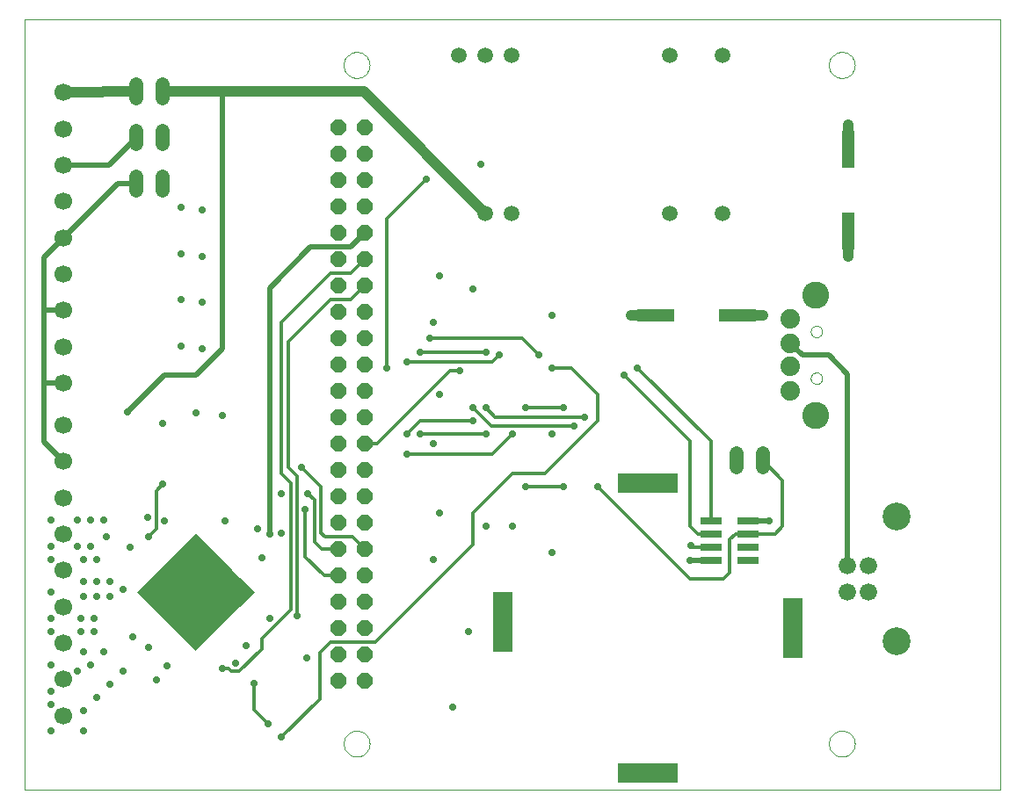
<source format=gbl>
G75*
%MOIN*%
%OFA0B0*%
%FSLAX24Y24*%
%IPPOS*%
%LPD*%
%AMOC8*
5,1,8,0,0,1.08239X$1,22.5*
%
%ADD10C,0.0000*%
%ADD11R,0.2250X0.0750*%
%ADD12R,0.0750X0.2250*%
%ADD13R,0.0787X0.0787*%
%ADD14OC8,0.0591*%
%ADD15R,0.0807X0.0299*%
%ADD16C,0.0660*%
%ADD17C,0.1057*%
%ADD18C,0.0740*%
%ADD19C,0.1024*%
%ADD20C,0.0517*%
%ADD21C,0.0669*%
%ADD22C,0.0591*%
%ADD23R,0.0512X0.1417*%
%ADD24R,0.1417X0.0512*%
%ADD25C,0.0276*%
%ADD26C,0.0400*%
%ADD27C,0.0200*%
%ADD28C,0.0120*%
D10*
X000942Y000150D02*
X000942Y029400D01*
X037942Y029400D01*
X037942Y000150D01*
X000942Y000150D01*
X013050Y001900D02*
X013052Y001944D01*
X013058Y001988D01*
X013068Y002031D01*
X013081Y002073D01*
X013099Y002113D01*
X013120Y002152D01*
X013144Y002189D01*
X013171Y002224D01*
X013202Y002256D01*
X013235Y002285D01*
X013271Y002311D01*
X013309Y002333D01*
X013349Y002352D01*
X013390Y002368D01*
X013433Y002380D01*
X013476Y002388D01*
X013520Y002392D01*
X013564Y002392D01*
X013608Y002388D01*
X013651Y002380D01*
X013694Y002368D01*
X013735Y002352D01*
X013775Y002333D01*
X013813Y002311D01*
X013849Y002285D01*
X013882Y002256D01*
X013913Y002224D01*
X013940Y002189D01*
X013964Y002152D01*
X013985Y002113D01*
X014003Y002073D01*
X014016Y002031D01*
X014026Y001988D01*
X014032Y001944D01*
X014034Y001900D01*
X014032Y001856D01*
X014026Y001812D01*
X014016Y001769D01*
X014003Y001727D01*
X013985Y001687D01*
X013964Y001648D01*
X013940Y001611D01*
X013913Y001576D01*
X013882Y001544D01*
X013849Y001515D01*
X013813Y001489D01*
X013775Y001467D01*
X013735Y001448D01*
X013694Y001432D01*
X013651Y001420D01*
X013608Y001412D01*
X013564Y001408D01*
X013520Y001408D01*
X013476Y001412D01*
X013433Y001420D01*
X013390Y001432D01*
X013349Y001448D01*
X013309Y001467D01*
X013271Y001489D01*
X013235Y001515D01*
X013202Y001544D01*
X013171Y001576D01*
X013144Y001611D01*
X013120Y001648D01*
X013099Y001687D01*
X013081Y001727D01*
X013068Y001769D01*
X013058Y001812D01*
X013052Y001856D01*
X013050Y001900D01*
X031450Y001900D02*
X031452Y001944D01*
X031458Y001988D01*
X031468Y002031D01*
X031481Y002073D01*
X031499Y002113D01*
X031520Y002152D01*
X031544Y002189D01*
X031571Y002224D01*
X031602Y002256D01*
X031635Y002285D01*
X031671Y002311D01*
X031709Y002333D01*
X031749Y002352D01*
X031790Y002368D01*
X031833Y002380D01*
X031876Y002388D01*
X031920Y002392D01*
X031964Y002392D01*
X032008Y002388D01*
X032051Y002380D01*
X032094Y002368D01*
X032135Y002352D01*
X032175Y002333D01*
X032213Y002311D01*
X032249Y002285D01*
X032282Y002256D01*
X032313Y002224D01*
X032340Y002189D01*
X032364Y002152D01*
X032385Y002113D01*
X032403Y002073D01*
X032416Y002031D01*
X032426Y001988D01*
X032432Y001944D01*
X032434Y001900D01*
X032432Y001856D01*
X032426Y001812D01*
X032416Y001769D01*
X032403Y001727D01*
X032385Y001687D01*
X032364Y001648D01*
X032340Y001611D01*
X032313Y001576D01*
X032282Y001544D01*
X032249Y001515D01*
X032213Y001489D01*
X032175Y001467D01*
X032135Y001448D01*
X032094Y001432D01*
X032051Y001420D01*
X032008Y001412D01*
X031964Y001408D01*
X031920Y001408D01*
X031876Y001412D01*
X031833Y001420D01*
X031790Y001432D01*
X031749Y001448D01*
X031709Y001467D01*
X031671Y001489D01*
X031635Y001515D01*
X031602Y001544D01*
X031571Y001576D01*
X031544Y001611D01*
X031520Y001648D01*
X031499Y001687D01*
X031481Y001727D01*
X031468Y001769D01*
X031458Y001812D01*
X031452Y001856D01*
X031450Y001900D01*
X030764Y015764D02*
X030766Y015793D01*
X030772Y015821D01*
X030781Y015849D01*
X030794Y015875D01*
X030811Y015898D01*
X030830Y015920D01*
X030852Y015939D01*
X030877Y015954D01*
X030903Y015967D01*
X030931Y015975D01*
X030959Y015980D01*
X030988Y015981D01*
X031017Y015978D01*
X031045Y015971D01*
X031072Y015961D01*
X031098Y015947D01*
X031121Y015930D01*
X031142Y015910D01*
X031160Y015887D01*
X031175Y015862D01*
X031186Y015835D01*
X031194Y015807D01*
X031198Y015778D01*
X031198Y015750D01*
X031194Y015721D01*
X031186Y015693D01*
X031175Y015666D01*
X031160Y015641D01*
X031142Y015618D01*
X031121Y015598D01*
X031098Y015581D01*
X031072Y015567D01*
X031045Y015557D01*
X031017Y015550D01*
X030988Y015547D01*
X030959Y015548D01*
X030931Y015553D01*
X030903Y015561D01*
X030877Y015574D01*
X030852Y015589D01*
X030830Y015608D01*
X030811Y015630D01*
X030794Y015653D01*
X030781Y015679D01*
X030772Y015707D01*
X030766Y015735D01*
X030764Y015764D01*
X030764Y017536D02*
X030766Y017565D01*
X030772Y017593D01*
X030781Y017621D01*
X030794Y017647D01*
X030811Y017670D01*
X030830Y017692D01*
X030852Y017711D01*
X030877Y017726D01*
X030903Y017739D01*
X030931Y017747D01*
X030959Y017752D01*
X030988Y017753D01*
X031017Y017750D01*
X031045Y017743D01*
X031072Y017733D01*
X031098Y017719D01*
X031121Y017702D01*
X031142Y017682D01*
X031160Y017659D01*
X031175Y017634D01*
X031186Y017607D01*
X031194Y017579D01*
X031198Y017550D01*
X031198Y017522D01*
X031194Y017493D01*
X031186Y017465D01*
X031175Y017438D01*
X031160Y017413D01*
X031142Y017390D01*
X031121Y017370D01*
X031098Y017353D01*
X031072Y017339D01*
X031045Y017329D01*
X031017Y017322D01*
X030988Y017319D01*
X030959Y017320D01*
X030931Y017325D01*
X030903Y017333D01*
X030877Y017346D01*
X030852Y017361D01*
X030830Y017380D01*
X030811Y017402D01*
X030794Y017425D01*
X030781Y017451D01*
X030772Y017479D01*
X030766Y017507D01*
X030764Y017536D01*
X031450Y027650D02*
X031452Y027694D01*
X031458Y027738D01*
X031468Y027781D01*
X031481Y027823D01*
X031499Y027863D01*
X031520Y027902D01*
X031544Y027939D01*
X031571Y027974D01*
X031602Y028006D01*
X031635Y028035D01*
X031671Y028061D01*
X031709Y028083D01*
X031749Y028102D01*
X031790Y028118D01*
X031833Y028130D01*
X031876Y028138D01*
X031920Y028142D01*
X031964Y028142D01*
X032008Y028138D01*
X032051Y028130D01*
X032094Y028118D01*
X032135Y028102D01*
X032175Y028083D01*
X032213Y028061D01*
X032249Y028035D01*
X032282Y028006D01*
X032313Y027974D01*
X032340Y027939D01*
X032364Y027902D01*
X032385Y027863D01*
X032403Y027823D01*
X032416Y027781D01*
X032426Y027738D01*
X032432Y027694D01*
X032434Y027650D01*
X032432Y027606D01*
X032426Y027562D01*
X032416Y027519D01*
X032403Y027477D01*
X032385Y027437D01*
X032364Y027398D01*
X032340Y027361D01*
X032313Y027326D01*
X032282Y027294D01*
X032249Y027265D01*
X032213Y027239D01*
X032175Y027217D01*
X032135Y027198D01*
X032094Y027182D01*
X032051Y027170D01*
X032008Y027162D01*
X031964Y027158D01*
X031920Y027158D01*
X031876Y027162D01*
X031833Y027170D01*
X031790Y027182D01*
X031749Y027198D01*
X031709Y027217D01*
X031671Y027239D01*
X031635Y027265D01*
X031602Y027294D01*
X031571Y027326D01*
X031544Y027361D01*
X031520Y027398D01*
X031499Y027437D01*
X031481Y027477D01*
X031468Y027519D01*
X031458Y027562D01*
X031452Y027606D01*
X031450Y027650D01*
X013050Y027650D02*
X013052Y027694D01*
X013058Y027738D01*
X013068Y027781D01*
X013081Y027823D01*
X013099Y027863D01*
X013120Y027902D01*
X013144Y027939D01*
X013171Y027974D01*
X013202Y028006D01*
X013235Y028035D01*
X013271Y028061D01*
X013309Y028083D01*
X013349Y028102D01*
X013390Y028118D01*
X013433Y028130D01*
X013476Y028138D01*
X013520Y028142D01*
X013564Y028142D01*
X013608Y028138D01*
X013651Y028130D01*
X013694Y028118D01*
X013735Y028102D01*
X013775Y028083D01*
X013813Y028061D01*
X013849Y028035D01*
X013882Y028006D01*
X013913Y027974D01*
X013940Y027939D01*
X013964Y027902D01*
X013985Y027863D01*
X014003Y027823D01*
X014016Y027781D01*
X014026Y027738D01*
X014032Y027694D01*
X014034Y027650D01*
X014032Y027606D01*
X014026Y027562D01*
X014016Y027519D01*
X014003Y027477D01*
X013985Y027437D01*
X013964Y027398D01*
X013940Y027361D01*
X013913Y027326D01*
X013882Y027294D01*
X013849Y027265D01*
X013813Y027239D01*
X013775Y027217D01*
X013735Y027198D01*
X013694Y027182D01*
X013651Y027170D01*
X013608Y027162D01*
X013564Y027158D01*
X013520Y027158D01*
X013476Y027162D01*
X013433Y027170D01*
X013390Y027182D01*
X013349Y027198D01*
X013309Y027217D01*
X013271Y027239D01*
X013235Y027265D01*
X013202Y027294D01*
X013171Y027326D01*
X013144Y027361D01*
X013120Y027398D01*
X013099Y027437D01*
X013081Y027477D01*
X013068Y027519D01*
X013058Y027562D01*
X013052Y027606D01*
X013050Y027650D01*
D11*
X024567Y011775D03*
X024567Y000775D03*
D12*
X030067Y006275D03*
X019067Y006525D03*
D13*
G36*
X009667Y007650D02*
X009112Y007095D01*
X008557Y007650D01*
X009112Y008205D01*
X009667Y007650D01*
G37*
G36*
X009249Y008068D02*
X008694Y007513D01*
X008139Y008068D01*
X008694Y008623D01*
X009249Y008068D01*
G37*
G36*
X008832Y008485D02*
X008277Y007930D01*
X007722Y008485D01*
X008277Y009040D01*
X008832Y008485D01*
G37*
G36*
X008414Y008068D02*
X007859Y007513D01*
X007304Y008068D01*
X007859Y008623D01*
X008414Y008068D01*
G37*
G36*
X008832Y007650D02*
X008277Y007095D01*
X007722Y007650D01*
X008277Y008205D01*
X008832Y007650D01*
G37*
G36*
X009249Y007232D02*
X008694Y006677D01*
X008139Y007232D01*
X008694Y007787D01*
X009249Y007232D01*
G37*
G36*
X008832Y006815D02*
X008277Y006260D01*
X007722Y006815D01*
X008277Y007370D01*
X008832Y006815D01*
G37*
G36*
X008414Y007232D02*
X007859Y006677D01*
X007304Y007232D01*
X007859Y007787D01*
X008414Y007232D01*
G37*
G36*
X007997Y006815D02*
X007442Y006260D01*
X006887Y006815D01*
X007442Y007370D01*
X007997Y006815D01*
G37*
G36*
X008414Y006397D02*
X007859Y005842D01*
X007304Y006397D01*
X007859Y006952D01*
X008414Y006397D01*
G37*
G36*
X007997Y005980D02*
X007442Y005425D01*
X006887Y005980D01*
X007442Y006535D01*
X007997Y005980D01*
G37*
G36*
X007579Y006397D02*
X007024Y005842D01*
X006469Y006397D01*
X007024Y006952D01*
X007579Y006397D01*
G37*
G36*
X007161Y006815D02*
X006606Y006260D01*
X006051Y006815D01*
X006606Y007370D01*
X007161Y006815D01*
G37*
G36*
X007579Y007232D02*
X007024Y006677D01*
X006469Y007232D01*
X007024Y007787D01*
X007579Y007232D01*
G37*
G36*
X007997Y007650D02*
X007442Y007095D01*
X006887Y007650D01*
X007442Y008205D01*
X007997Y007650D01*
G37*
G36*
X007579Y008068D02*
X007024Y007513D01*
X006469Y008068D01*
X007024Y008623D01*
X007579Y008068D01*
G37*
G36*
X007997Y008485D02*
X007442Y007930D01*
X006887Y008485D01*
X007442Y009040D01*
X007997Y008485D01*
G37*
G36*
X008414Y008903D02*
X007859Y008348D01*
X007304Y008903D01*
X007859Y009458D01*
X008414Y008903D01*
G37*
G36*
X007997Y009320D02*
X007442Y008765D01*
X006887Y009320D01*
X007442Y009875D01*
X007997Y009320D01*
G37*
G36*
X007579Y008903D02*
X007024Y008348D01*
X006469Y008903D01*
X007024Y009458D01*
X007579Y008903D01*
G37*
G36*
X007161Y008485D02*
X006606Y007930D01*
X006051Y008485D01*
X006606Y009040D01*
X007161Y008485D01*
G37*
G36*
X006744Y008068D02*
X006189Y007513D01*
X005634Y008068D01*
X006189Y008623D01*
X006744Y008068D01*
G37*
G36*
X007161Y007650D02*
X006606Y007095D01*
X006051Y007650D01*
X006606Y008205D01*
X007161Y007650D01*
G37*
G36*
X006744Y007232D02*
X006189Y006677D01*
X005634Y007232D01*
X006189Y007787D01*
X006744Y007232D01*
G37*
G36*
X006326Y007650D02*
X005771Y007095D01*
X005216Y007650D01*
X005771Y008205D01*
X006326Y007650D01*
G37*
D14*
X012842Y007275D03*
X013842Y007275D03*
X013842Y006275D03*
X012842Y006275D03*
X012842Y005275D03*
X013842Y005275D03*
X013842Y004275D03*
X012842Y004275D03*
X012842Y008275D03*
X013842Y008275D03*
X013842Y009275D03*
X013842Y010275D03*
X013842Y011275D03*
X012842Y011275D03*
X012842Y010275D03*
X012842Y009275D03*
X012842Y012275D03*
X013842Y012275D03*
X013842Y013275D03*
X012842Y013275D03*
X012842Y014275D03*
X013842Y014275D03*
X013842Y015275D03*
X013842Y016275D03*
X012842Y016275D03*
X012842Y015275D03*
X012842Y017275D03*
X013842Y017275D03*
X013842Y018275D03*
X013842Y019275D03*
X012842Y019275D03*
X012842Y018275D03*
X012842Y020275D03*
X013842Y020275D03*
X013842Y021275D03*
X012842Y021275D03*
X012842Y022275D03*
X013842Y022275D03*
X013842Y023275D03*
X013842Y024275D03*
X012842Y024275D03*
X012842Y023275D03*
X012842Y025275D03*
X013842Y025275D03*
D15*
X026973Y010363D03*
X026973Y009863D03*
X026973Y009363D03*
X026973Y008863D03*
X028375Y008863D03*
X028375Y009363D03*
X028375Y009863D03*
X028375Y010363D03*
D16*
X032162Y008642D03*
X032942Y008642D03*
X032942Y007658D03*
X032162Y007658D03*
D17*
X034012Y005780D03*
X034012Y010520D03*
D18*
X029997Y015272D03*
X029997Y016206D03*
X029997Y017094D03*
X029997Y018028D03*
D19*
X030942Y018933D03*
X030942Y014367D03*
D20*
X028942Y012909D02*
X028942Y012391D01*
X027942Y012391D02*
X027942Y012909D01*
X006192Y022891D02*
X006192Y023409D01*
X005192Y023409D02*
X005192Y022891D01*
X005192Y024641D02*
X005192Y025159D01*
X006192Y025159D02*
X006192Y024641D01*
X006192Y026391D02*
X006192Y026909D01*
X005192Y026909D02*
X005192Y026391D01*
D21*
X002431Y026605D03*
X002431Y025227D03*
X002431Y023849D03*
X002431Y022471D03*
X002431Y021093D03*
X002431Y019715D03*
X002431Y018337D03*
X002431Y016959D03*
X002431Y015582D03*
X002431Y013985D03*
X002431Y012607D03*
X002431Y011229D03*
X002431Y009851D03*
X002431Y008473D03*
X002431Y007095D03*
X002431Y005717D03*
X002431Y004339D03*
X002431Y002962D03*
D22*
X018430Y022028D03*
X019430Y022028D03*
X025430Y022028D03*
X027430Y022028D03*
X027430Y028028D03*
X025430Y028028D03*
X019430Y028028D03*
X018430Y028028D03*
X017430Y028028D03*
D23*
X032192Y024455D03*
X032192Y021355D03*
D24*
X027987Y018150D03*
X024887Y018150D03*
D25*
X023942Y018150D03*
X024192Y016150D03*
X023692Y015900D03*
X022192Y014300D03*
X021792Y013950D03*
X020942Y013650D03*
X019442Y013650D03*
X018442Y013650D03*
X017942Y014150D03*
X017942Y014650D03*
X018442Y014650D03*
X019942Y014650D03*
X021392Y014650D03*
X020942Y016150D03*
X020442Y016650D03*
X018942Y016650D03*
X018442Y016750D03*
X017442Y016050D03*
X016692Y015150D03*
X015442Y016400D03*
X015942Y016750D03*
X016317Y017275D03*
X016442Y017900D03*
X017942Y019150D03*
X016692Y019650D03*
X020942Y018150D03*
X014692Y016150D03*
X015442Y013650D03*
X015942Y013650D03*
X016442Y013300D03*
X015442Y012900D03*
X016692Y010650D03*
X018442Y010150D03*
X019442Y010150D03*
X020942Y009150D03*
X021392Y011650D03*
X019942Y011650D03*
X022692Y011650D03*
X026211Y009420D03*
X026192Y008863D03*
X029192Y010363D03*
X028942Y018150D03*
X032192Y020400D03*
X032192Y025400D03*
X018259Y023900D03*
X016192Y023315D03*
X007692Y022150D03*
X006875Y022250D03*
X006875Y020500D03*
X007692Y020400D03*
X006875Y018750D03*
X007692Y018650D03*
X006875Y017000D03*
X007692Y016900D03*
X007442Y014450D03*
X008442Y014350D03*
X006192Y014050D03*
X004842Y014500D03*
X006192Y011750D03*
X005607Y010485D03*
X006242Y010350D03*
X005642Y009750D03*
X004942Y009350D03*
X004042Y009750D03*
X003442Y009400D03*
X002942Y009400D03*
X003192Y008900D03*
X003692Y008900D03*
X003692Y008050D03*
X004192Y008050D03*
X004692Y007750D03*
X004192Y007500D03*
X003692Y007500D03*
X003192Y007500D03*
X003192Y008050D03*
X001942Y007650D03*
X001942Y006650D03*
X001942Y006150D03*
X003092Y006150D03*
X003592Y006150D03*
X003592Y006650D03*
X003092Y006650D03*
X003192Y005400D03*
X003442Y004900D03*
X002942Y004650D03*
X001942Y004900D03*
X001942Y003900D03*
X001942Y003400D03*
X001942Y002400D03*
X003192Y002400D03*
X003192Y003150D03*
X003692Y003650D03*
X004192Y004150D03*
X004692Y004650D03*
X003942Y005400D03*
X005042Y005950D03*
X005642Y005550D03*
X006342Y004850D03*
X005942Y004315D03*
X008442Y004750D03*
X008942Y004950D03*
X009342Y005611D03*
X010242Y006650D03*
X011292Y006750D03*
X011642Y005150D03*
X009642Y004200D03*
X010192Y002650D03*
X010692Y002150D03*
X017192Y003300D03*
X017792Y006150D03*
X016442Y008900D03*
X011592Y010800D03*
X011692Y011400D03*
X010692Y011400D03*
X011442Y012400D03*
X008542Y010350D03*
X009776Y010065D03*
X010242Y009850D03*
X010692Y009900D03*
X009942Y008950D03*
X003942Y010400D03*
X003442Y010400D03*
X002942Y010400D03*
X001942Y010400D03*
X001942Y009400D03*
X001942Y008900D03*
D26*
X018430Y022028D02*
X013808Y026650D01*
X008442Y026650D01*
X006192Y026650D01*
X005192Y026650D02*
X003942Y026650D01*
X003897Y026605D01*
X002431Y026605D01*
X023942Y018150D02*
X024887Y018150D01*
X027987Y018150D02*
X028942Y018150D01*
X032192Y020400D02*
X032192Y021355D01*
X032192Y024455D02*
X032192Y025400D01*
D27*
X029997Y017094D02*
X030440Y016650D01*
X031442Y016650D01*
X032162Y015930D01*
X032162Y008642D01*
X029192Y010363D02*
X028375Y010363D01*
X026973Y008863D02*
X026192Y008863D01*
X010242Y009850D02*
X010242Y019200D01*
X011792Y020750D01*
X013317Y020750D01*
X013842Y021275D01*
X008442Y016900D02*
X008442Y026650D01*
X005192Y024900D02*
X004141Y023849D01*
X002431Y023849D01*
X004488Y023150D02*
X005192Y023150D01*
X004488Y023150D02*
X002431Y021093D01*
X001692Y020354D01*
X001692Y018337D01*
X002431Y018337D01*
X001692Y018337D02*
X001692Y015582D01*
X002431Y015582D01*
X001692Y015582D02*
X001692Y013347D01*
X002431Y012607D01*
X004842Y014500D02*
X006242Y015900D01*
X007442Y015900D01*
X008442Y016900D01*
D28*
X010692Y017900D02*
X010692Y012150D01*
X011042Y011800D01*
X011042Y007000D01*
X009942Y005900D01*
X009942Y005499D01*
X009093Y004650D01*
X008792Y004650D01*
X008692Y004750D01*
X008442Y004750D01*
X009642Y004200D02*
X009642Y003200D01*
X010192Y002650D01*
X010692Y002150D02*
X012142Y003600D01*
X012142Y005350D01*
X012542Y005750D01*
X014242Y005750D01*
X017942Y009450D01*
X017942Y010650D01*
X019442Y012150D01*
X020692Y012150D01*
X022692Y014150D01*
X022692Y015150D01*
X021692Y016150D01*
X020942Y016150D01*
X020442Y016650D02*
X019817Y017275D01*
X016317Y017275D01*
X015942Y016750D02*
X018442Y016750D01*
X018692Y016400D02*
X015442Y016400D01*
X014692Y016150D02*
X014692Y021815D01*
X016192Y023315D01*
X013842Y020275D02*
X013317Y019750D01*
X012542Y019750D01*
X010692Y017900D01*
X010942Y017150D02*
X010942Y012400D01*
X011292Y012050D01*
X011292Y006750D01*
X012317Y008275D02*
X012842Y008275D01*
X012317Y008275D02*
X011592Y009000D01*
X011592Y010800D01*
X011942Y011150D02*
X011942Y009550D01*
X012217Y009275D01*
X012842Y009275D01*
X012342Y009750D02*
X013367Y009750D01*
X013842Y009275D01*
X012342Y009750D02*
X012192Y009900D01*
X012192Y011650D01*
X011442Y012400D01*
X011692Y011400D02*
X011942Y011150D01*
X013842Y013275D02*
X014317Y013275D01*
X017092Y016050D01*
X017442Y016050D01*
X018692Y016400D02*
X018942Y016650D01*
X018442Y014650D02*
X018792Y014300D01*
X022192Y014300D01*
X021792Y013950D02*
X018642Y013950D01*
X017942Y014650D01*
X017942Y014150D02*
X015942Y014150D01*
X015442Y013650D01*
X015942Y013650D02*
X018442Y013650D01*
X018692Y012900D02*
X016192Y012900D01*
X015442Y012900D01*
X018692Y012900D02*
X019442Y013650D01*
X019942Y014650D02*
X021392Y014650D01*
X023692Y015900D02*
X026192Y013400D01*
X026192Y010150D01*
X026479Y009863D01*
X026973Y009863D01*
X026973Y010363D02*
X026973Y013369D01*
X024192Y016150D01*
X028942Y012650D02*
X029692Y011900D01*
X029692Y010150D01*
X029404Y009863D01*
X028375Y009863D01*
X027904Y009863D01*
X027692Y009650D01*
X027692Y008400D01*
X027442Y008150D01*
X026192Y008150D01*
X022692Y011650D01*
X021392Y011650D02*
X019942Y011650D01*
X026211Y009420D02*
X026268Y009363D01*
X026973Y009363D01*
X013842Y019275D02*
X013317Y018750D01*
X012542Y018750D01*
X010942Y017150D01*
X006192Y011750D02*
X005942Y011500D01*
X005942Y010050D01*
X005642Y009750D01*
M02*

</source>
